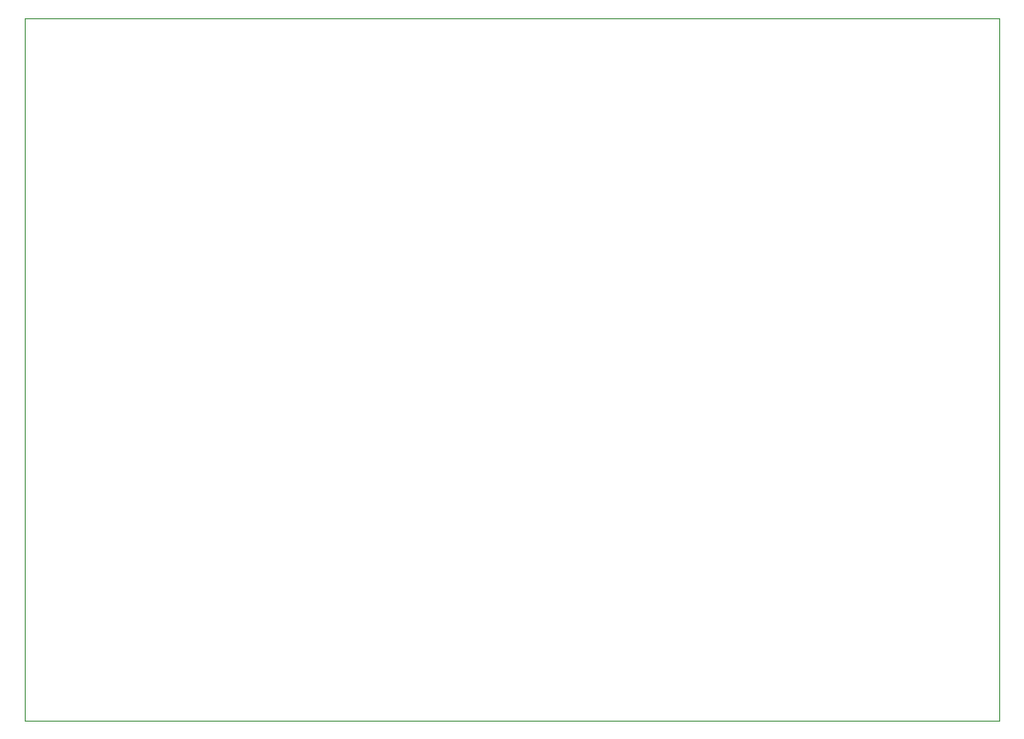
<source format=gbr>
%TF.GenerationSoftware,KiCad,Pcbnew,9.0.2*%
%TF.CreationDate,2025-07-04T09:03:12+10:00*%
%TF.ProjectId,motor-controller-pcb,6d6f746f-722d-4636-9f6e-74726f6c6c65,rev?*%
%TF.SameCoordinates,Original*%
%TF.FileFunction,Profile,NP*%
%FSLAX46Y46*%
G04 Gerber Fmt 4.6, Leading zero omitted, Abs format (unit mm)*
G04 Created by KiCad (PCBNEW 9.0.2) date 2025-07-04 09:03:12*
%MOMM*%
%LPD*%
G01*
G04 APERTURE LIST*
%TA.AperFunction,Profile*%
%ADD10C,0.050000*%
%TD*%
G04 APERTURE END LIST*
D10*
X107400000Y-54140000D02*
X197400000Y-54140000D01*
X197400000Y-119140000D01*
X107400000Y-119140000D01*
X107400000Y-54140000D01*
M02*

</source>
